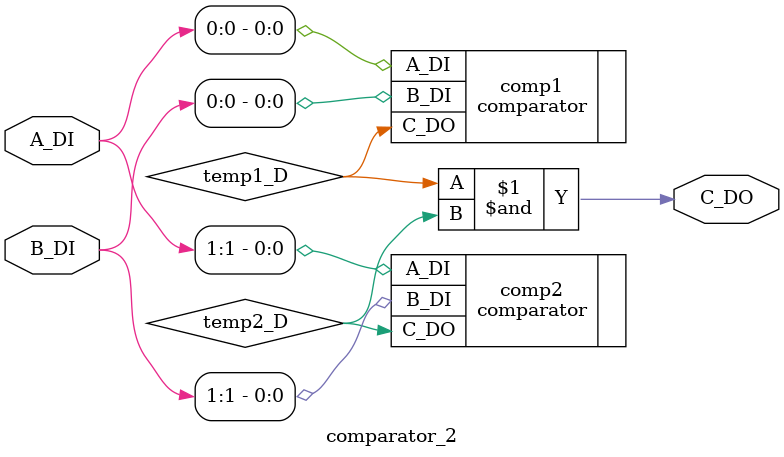
<source format=sv>


`define STRUCTURAL // set default model type

module comparator_2 ( input logic [1:0] A_DI,
                      input logic [1:0] B_DI,
                     output logic       C_DO );

  // Architecture
  `ifdef DATAFLOW // Model Implementation: Dataflow
    logic temp1_D, temp2_D, temp3_D, temp4_D;

    assign temp1_D = ~A_DI[0] & ~A_DI[1] & ~B_DI[0] & ~B_DI[1];
    assign temp2_D = ~A_DI[0] & A_DI[1] & ~B_DI[0] & B_DI[1];
    assign temp3_D = A_DI[0] & ~A_DI[1] & B_DI[0] & ~B_DI[1];
    assign temp4_D = A_DI[0] & A_DI[1] & B_DI[0] & B_DI[1];
    assign C_DO = temp1_D | temp2_D | temp3_D | temp4_D;

  `elsif BEHAVIORAL // Model Implementation: Behavioral
    
    always_comb begin : proc_comb_comp
      var logic temp    
    end

  `elsif STRUCTURAL // Model Implementation: Structural
    logic temp1_D, temp2_D;

    comparator comp1( .A_DI(A_DI[0]), .B_DI(B_DI[0]), .C_DO(temp1_D));
    comparator comp2( .A_DI(A_DI[1]), .B_DI(B_DI[1]), .C_DO(temp2_D));
    and( C_DO, temp1_D, temp2_D );

  `endif  
endmodule // comparator_2
</source>
